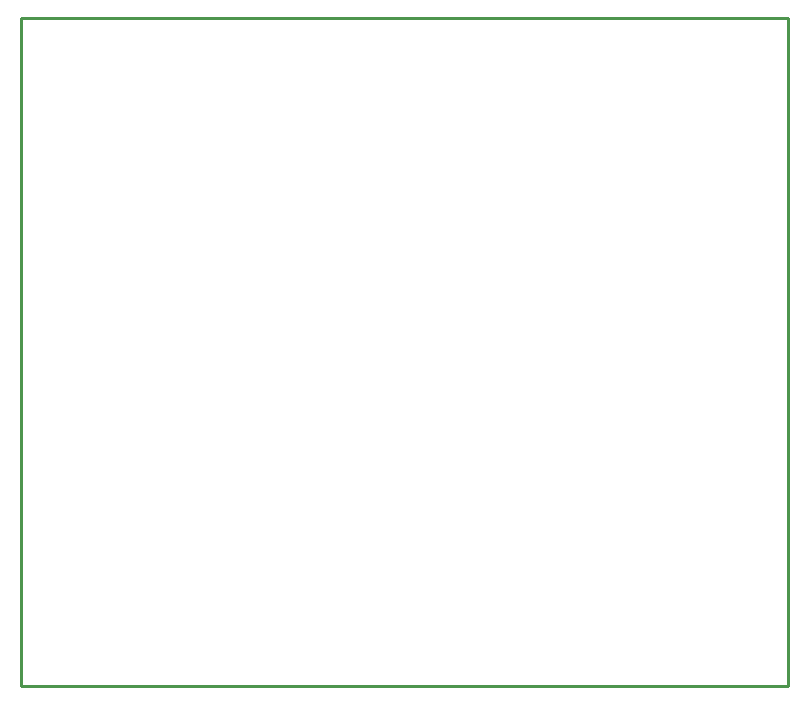
<source format=gko>
G04*
G04 #@! TF.GenerationSoftware,Altium Limited,Altium Designer,18.1.6 (161)*
G04*
G04 Layer_Color=16711935*
%FSLAX25Y25*%
%MOIN*%
G70*
G01*
G75*
%ADD10C,0.01000*%
D10*
X0Y-111221D02*
X255906D01*
Y111221D01*
X0D02*
X255906D01*
X0Y-111221D02*
Y111221D01*
M02*

</source>
